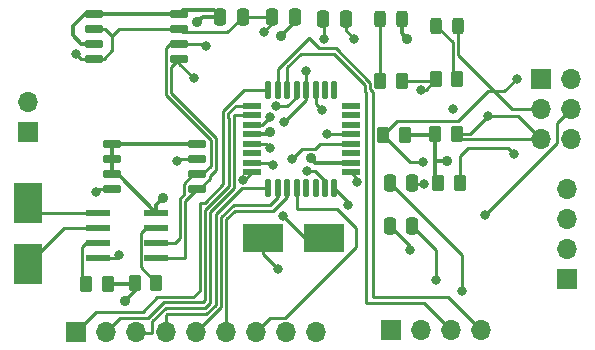
<source format=gtl>
%TF.GenerationSoftware,KiCad,Pcbnew,7.99.0-4047-gfc85112a72*%
%TF.CreationDate,2024-01-03T20:56:00+03:00*%
%TF.ProjectId,Prj 3 MCU DataLogger,50726a20-3320-44d4-9355-20446174614c,Version-1*%
%TF.SameCoordinates,Original*%
%TF.FileFunction,Copper,L1,Top*%
%TF.FilePolarity,Positive*%
%FSLAX46Y46*%
G04 Gerber Fmt 4.6, Leading zero omitted, Abs format (unit mm)*
G04 Created by KiCad (PCBNEW 7.99.0-4047-gfc85112a72) date 2024-01-03 20:56:00*
%MOMM*%
%LPD*%
G01*
G04 APERTURE LIST*
G04 Aperture macros list*
%AMRoundRect*
0 Rectangle with rounded corners*
0 $1 Rounding radius*
0 $2 $3 $4 $5 $6 $7 $8 $9 X,Y pos of 4 corners*
0 Add a 4 corners polygon primitive as box body*
4,1,4,$2,$3,$4,$5,$6,$7,$8,$9,$2,$3,0*
0 Add four circle primitives for the rounded corners*
1,1,$1+$1,$2,$3*
1,1,$1+$1,$4,$5*
1,1,$1+$1,$6,$7*
1,1,$1+$1,$8,$9*
0 Add four rect primitives between the rounded corners*
20,1,$1+$1,$2,$3,$4,$5,0*
20,1,$1+$1,$4,$5,$6,$7,0*
20,1,$1+$1,$6,$7,$8,$9,0*
20,1,$1+$1,$8,$9,$2,$3,0*%
G04 Aperture macros list end*
%TA.AperFunction,ComponentPad*%
%ADD10R,1.700000X1.700000*%
%TD*%
%TA.AperFunction,ComponentPad*%
%ADD11O,1.700000X1.700000*%
%TD*%
%TA.AperFunction,SMDPad,CuDef*%
%ADD12RoundRect,0.243750X-0.243750X-0.456250X0.243750X-0.456250X0.243750X0.456250X-0.243750X0.456250X0*%
%TD*%
%TA.AperFunction,SMDPad,CuDef*%
%ADD13RoundRect,0.250000X-0.262500X-0.450000X0.262500X-0.450000X0.262500X0.450000X-0.262500X0.450000X0*%
%TD*%
%TA.AperFunction,SMDPad,CuDef*%
%ADD14RoundRect,0.250000X0.250000X0.475000X-0.250000X0.475000X-0.250000X-0.475000X0.250000X-0.475000X0*%
%TD*%
%TA.AperFunction,SMDPad,CuDef*%
%ADD15RoundRect,0.250000X-0.250000X-0.475000X0.250000X-0.475000X0.250000X0.475000X-0.250000X0.475000X0*%
%TD*%
%TA.AperFunction,SMDPad,CuDef*%
%ADD16RoundRect,0.038500X-0.696500X-0.236500X0.696500X-0.236500X0.696500X0.236500X-0.696500X0.236500X0*%
%TD*%
%TA.AperFunction,SMDPad,CuDef*%
%ADD17RoundRect,0.099000X-0.176000X-0.636000X0.176000X-0.636000X0.176000X0.636000X-0.176000X0.636000X0*%
%TD*%
%TA.AperFunction,SMDPad,CuDef*%
%ADD18R,3.500000X2.400000*%
%TD*%
%TA.AperFunction,SMDPad,CuDef*%
%ADD19R,2.400000X3.500000*%
%TD*%
%TA.AperFunction,SMDPad,CuDef*%
%ADD20RoundRect,0.150000X-0.650000X-0.150000X0.650000X-0.150000X0.650000X0.150000X-0.650000X0.150000X0*%
%TD*%
%TA.AperFunction,SMDPad,CuDef*%
%ADD21RoundRect,0.250000X0.262500X0.450000X-0.262500X0.450000X-0.262500X-0.450000X0.262500X-0.450000X0*%
%TD*%
%TA.AperFunction,SMDPad,CuDef*%
%ADD22RoundRect,0.041300X-0.943700X-0.253700X0.943700X-0.253700X0.943700X0.253700X-0.943700X0.253700X0*%
%TD*%
%TA.AperFunction,ViaPad*%
%ADD23C,0.800000*%
%TD*%
%TA.AperFunction,ViaPad*%
%ADD24C,0.900000*%
%TD*%
%TA.AperFunction,Conductor*%
%ADD25C,0.250000*%
%TD*%
%TA.AperFunction,Conductor*%
%ADD26C,0.350000*%
%TD*%
G04 APERTURE END LIST*
D10*
%TO.P,J4,1,Pin_1*%
%TO.N,/MISO*%
X134264400Y-78282800D03*
D11*
%TO.P,J4,2,Pin_2*%
%TO.N,/Vcc*%
X136804400Y-78282800D03*
%TO.P,J4,3,Pin_3*%
%TO.N,/SCK*%
X134264400Y-80822800D03*
%TO.P,J4,4,Pin_4*%
%TO.N,/MOSI*%
X136804400Y-80822800D03*
%TO.P,J4,5,Pin_5*%
%TO.N,/RESET*%
X134264400Y-83362800D03*
%TO.P,J4,6,Pin_6*%
%TO.N,GND*%
X136804400Y-83362800D03*
%TD*%
D10*
%TO.P,J2,1*%
%TO.N,GND*%
X121564400Y-99491800D03*
D11*
%TO.P,J2,2*%
%TO.N,/Vcc*%
X124104400Y-99491800D03*
%TO.P,J2,3*%
%TO.N,/RX*%
X126644400Y-99491800D03*
%TO.P,J2,4*%
%TO.N,/TX*%
X129184400Y-99491800D03*
%TD*%
D12*
%TO.P,D2,1,K*%
%TO.N,Net-(D2-K)*%
X120639200Y-73202800D03*
%TO.P,D2,2,A*%
%TO.N,/Vcc*%
X122514200Y-73202800D03*
%TD*%
D13*
%TO.P,R6,1*%
%TO.N,Net-(D2-K)*%
X120675000Y-78460600D03*
%TO.P,R6,2*%
%TO.N,GND*%
X122500000Y-78460600D03*
%TD*%
D14*
%TO.P,C2,1*%
%TO.N,GND*%
X117739200Y-73177400D03*
%TO.P,C2,2*%
%TO.N,Net-(U4-PB7)*%
X115839200Y-73177400D03*
%TD*%
D15*
%TO.P,C1,1*%
%TO.N,/Vcc*%
X107127000Y-73025000D03*
%TO.P,C1,2*%
%TO.N,GND*%
X109027000Y-73025000D03*
%TD*%
D13*
%TO.P,R7,1*%
%TO.N,GND*%
X125374000Y-78308200D03*
%TO.P,R7,2*%
%TO.N,Net-(D1-K)*%
X127199000Y-78308200D03*
%TD*%
D12*
%TO.P,D1,1,K*%
%TO.N,Net-(D1-K)*%
X125389000Y-73761600D03*
%TO.P,D1,2,A*%
%TO.N,/SCK*%
X127264000Y-73761600D03*
%TD*%
D16*
%TO.P,U4,1,PD3*%
%TO.N,/D3*%
X109831400Y-80567200D03*
%TO.P,U4,2,PD4*%
%TO.N,/D4*%
X109831400Y-81367200D03*
%TO.P,U4,3,GND*%
%TO.N,GND*%
X109831400Y-82167200D03*
%TO.P,U4,4,VCC*%
%TO.N,/Vcc*%
X109831400Y-82967200D03*
%TO.P,U4,5,GND*%
%TO.N,GND*%
X109831400Y-83767200D03*
%TO.P,U4,6,VCC*%
%TO.N,unconnected-(U4-VCC-Pad6)*%
X109831400Y-84567200D03*
%TO.P,U4,7,PB6*%
%TO.N,Net-(U4-PB6)*%
X109831400Y-85367200D03*
%TO.P,U4,8,PB7*%
%TO.N,Net-(U4-PB7)*%
X109831400Y-86167200D03*
D17*
%TO.P,U4,9,PD5*%
%TO.N,/D5*%
X111201400Y-87537200D03*
%TO.P,U4,10,PD6*%
%TO.N,/D6*%
X112001400Y-87537200D03*
%TO.P,U4,11,PD7*%
%TO.N,/D7*%
X112801400Y-87537200D03*
%TO.P,U4,12,PB0*%
%TO.N,/D8*%
X113601400Y-87537200D03*
%TO.P,U4,13,PB1*%
%TO.N,unconnected-(U4-PB1-Pad13)*%
X114401400Y-87537200D03*
%TO.P,U4,14,PB2*%
%TO.N,unconnected-(U4-PB2-Pad14)*%
X115201400Y-87537200D03*
%TO.P,U4,15,PB3*%
%TO.N,/MOSI*%
X116001400Y-87537200D03*
%TO.P,U4,16,PB4*%
%TO.N,/MISO*%
X116801400Y-87537200D03*
D16*
%TO.P,U4,17,PB5*%
%TO.N,/SCK*%
X118171400Y-86167200D03*
%TO.P,U4,18,AVCC*%
%TO.N,/Vcc*%
X118171400Y-85367200D03*
%TO.P,U4,19,ADC6*%
%TO.N,unconnected-(U4-ADC6-Pad19)*%
X118171400Y-84567200D03*
%TO.P,U4,20,AREF*%
%TO.N,Net-(U4-AREF)*%
X118171400Y-83767200D03*
%TO.P,U4,21,GND*%
%TO.N,GND*%
X118171400Y-82967200D03*
%TO.P,U4,22,ADC7*%
%TO.N,unconnected-(U4-ADC7-Pad22)*%
X118171400Y-82167200D03*
%TO.P,U4,23,PC0*%
%TO.N,unconnected-(U4-PC0-Pad23)*%
X118171400Y-81367200D03*
%TO.P,U4,24,PC1*%
%TO.N,unconnected-(U4-PC1-Pad24)*%
X118171400Y-80567200D03*
D17*
%TO.P,U4,25,PC2*%
%TO.N,unconnected-(U4-PC2-Pad25)*%
X116801400Y-79197200D03*
%TO.P,U4,26,PC3*%
%TO.N,unconnected-(U4-PC3-Pad26)*%
X116001400Y-79197200D03*
%TO.P,U4,27,PC4*%
%TO.N,/SDA*%
X115201400Y-79197200D03*
%TO.P,U4,28,PC5*%
%TO.N,/SCK*%
X114401400Y-79197200D03*
%TO.P,U4,29,PC6/~{RESET}*%
%TO.N,/RESET*%
X113601400Y-79197200D03*
%TO.P,U4,30,PD0*%
%TO.N,/RX*%
X112801400Y-79197200D03*
%TO.P,U4,31,PD1*%
%TO.N,/TX*%
X112001400Y-79197200D03*
%TO.P,U4,32,PD2*%
%TO.N,/D2*%
X111201400Y-79197200D03*
%TD*%
D18*
%TO.P,Y1,1,1*%
%TO.N,Net-(U4-PB7)*%
X115909400Y-91744800D03*
%TO.P,Y1,2,2*%
%TO.N,Net-(U4-PB6)*%
X110709400Y-91744800D03*
%TD*%
D10*
%TO.P,J1,1*%
%TO.N,GND*%
X136474200Y-95189200D03*
D11*
%TO.P,J1,2*%
%TO.N,/Vcc*%
X136474200Y-92649200D03*
%TO.P,J1,3*%
%TO.N,/SDA*%
X136474200Y-90109200D03*
%TO.P,J1,4*%
%TO.N,/SCK*%
X136474200Y-87569200D03*
%TD*%
D15*
%TO.P,C4,1*%
%TO.N,GND*%
X121478000Y-90728800D03*
%TO.P,C4,2*%
%TO.N,Net-(U4-AREF)*%
X123378000Y-90728800D03*
%TD*%
D13*
%TO.P,R4,1*%
%TO.N,/Vcc*%
X125579500Y-87045800D03*
%TO.P,R4,2*%
%TO.N,/SDA*%
X127404500Y-87045800D03*
%TD*%
%TO.P,R2,1*%
%TO.N,/Vcc*%
X99898200Y-95554800D03*
%TO.P,R2,2*%
%TO.N,Net-(U3-SQW{slash}~INT)*%
X101723200Y-95554800D03*
%TD*%
D14*
%TO.P,C5,1*%
%TO.N,/Vcc*%
X113421200Y-73025000D03*
%TO.P,C5,2*%
%TO.N,GND*%
X111521200Y-73025000D03*
%TD*%
D10*
%TO.P,BT1,1,+*%
%TO.N,/Vcc*%
X90855800Y-82732800D03*
D11*
%TO.P,BT1,2,-*%
%TO.N,GND*%
X90855800Y-80192800D03*
%TD*%
D10*
%TO.P,J3,1*%
%TO.N,/D2*%
X94945200Y-99669600D03*
D11*
%TO.P,J3,2*%
%TO.N,/D3*%
X97485200Y-99669600D03*
%TO.P,J3,3*%
%TO.N,/D4*%
X100025200Y-99669600D03*
%TO.P,J3,4*%
%TO.N,/D5*%
X102565200Y-99669600D03*
%TO.P,J3,5*%
%TO.N,/D6*%
X105105200Y-99669600D03*
%TO.P,J3,6*%
%TO.N,/D7*%
X107645200Y-99669600D03*
%TO.P,J3,7*%
%TO.N,/D8*%
X110185200Y-99669600D03*
%TO.P,J3,8*%
%TO.N,GND*%
X112725200Y-99669600D03*
%TO.P,J3,9*%
%TO.N,/Vcc*%
X115265200Y-99669600D03*
%TD*%
D19*
%TO.P,Y2,1,1*%
%TO.N,Net-(U3-X2)*%
X90881200Y-93938400D03*
%TO.P,Y2,2,2*%
%TO.N,Net-(U3-X1)*%
X90881200Y-88738400D03*
%TD*%
D20*
%TO.P,U1,1,A0*%
%TO.N,/Vcc*%
X97949200Y-83820000D03*
%TO.P,U1,2,A1*%
X97949200Y-85090000D03*
%TO.P,U1,3,A2*%
X97949200Y-86360000D03*
%TO.P,U1,4,GND*%
%TO.N,GND*%
X97949200Y-87630000D03*
%TO.P,U1,5,SDA*%
%TO.N,/SDA*%
X105149200Y-87630000D03*
%TO.P,U1,6,SCL*%
%TO.N,/SCK*%
X105149200Y-86360000D03*
%TO.P,U1,7,WP*%
%TO.N,GND*%
X105149200Y-85090000D03*
%TO.P,U1,8,VCC*%
%TO.N,/Vcc*%
X105149200Y-83820000D03*
%TD*%
D21*
%TO.P,R3,1*%
%TO.N,/Vcc*%
X122730900Y-83007200D03*
%TO.P,R3,2*%
%TO.N,/SCK*%
X120905900Y-83007200D03*
%TD*%
D13*
%TO.P,R5,1*%
%TO.N,/Vcc*%
X125350900Y-82931000D03*
%TO.P,R5,2*%
%TO.N,/RESET*%
X127175900Y-82931000D03*
%TD*%
D21*
%TO.P,R1,1*%
%TO.N,/Vcc*%
X97610300Y-95605600D03*
%TO.P,R1,2*%
%TO.N,Net-(U3-~{INTA})*%
X95785300Y-95605600D03*
%TD*%
D22*
%TO.P,U3,1,X1*%
%TO.N,Net-(U3-X1)*%
X96760600Y-89611200D03*
%TO.P,U3,2,X2*%
%TO.N,Net-(U3-X2)*%
X96760600Y-90881200D03*
%TO.P,U3,3,~{INTA}*%
%TO.N,Net-(U3-~{INTA})*%
X96760600Y-92151200D03*
%TO.P,U3,4,GND*%
%TO.N,GND*%
X96760600Y-93421200D03*
%TO.P,U3,5,SDA*%
%TO.N,/SDA*%
X101710600Y-93421200D03*
%TO.P,U3,6,SCL*%
%TO.N,/SCK*%
X101710600Y-92151200D03*
%TO.P,U3,7,SQW/~INT*%
%TO.N,Net-(U3-SQW{slash}~INT)*%
X101710600Y-90881200D03*
%TO.P,U3,8,VCC*%
%TO.N,/Vcc*%
X101710600Y-89611200D03*
%TD*%
D20*
%TO.P,U2,1,A0*%
%TO.N,/Vcc*%
X96476000Y-72745600D03*
%TO.P,U2,2,A1*%
%TO.N,GND*%
X96476000Y-74015600D03*
%TO.P,U2,3,A2*%
%TO.N,/Vcc*%
X96476000Y-75285600D03*
%TO.P,U2,4,GND*%
%TO.N,GND*%
X96476000Y-76555600D03*
%TO.P,U2,5,SDA*%
%TO.N,/SDA*%
X103676000Y-76555600D03*
%TO.P,U2,6,SCL*%
%TO.N,/SCK*%
X103676000Y-75285600D03*
%TO.P,U2,7,WP*%
%TO.N,GND*%
X103676000Y-74015600D03*
%TO.P,U2,8,VCC*%
%TO.N,/Vcc*%
X103676000Y-72745600D03*
%TD*%
D14*
%TO.P,C3,1*%
%TO.N,GND*%
X123403400Y-87071200D03*
%TO.P,C3,2*%
%TO.N,Net-(U4-PB6)*%
X121503400Y-87071200D03*
%TD*%
D23*
%TO.N,/SDA*%
X126847600Y-80848200D03*
%TO.N,/SCK*%
X105918000Y-75514200D03*
%TO.N,/SDA*%
X115722400Y-80877174D03*
X104876600Y-78232000D03*
%TO.N,/SCK*%
X112547400Y-81940400D03*
X114401600Y-77571600D03*
X132257800Y-78257400D03*
%TO.N,Net-(U4-PB6)*%
X127584200Y-96215200D03*
X111633000Y-85572600D03*
X112014000Y-94386400D03*
D24*
%TO.N,/Vcc*%
X114801638Y-84999793D03*
D23*
%TO.N,GND*%
X124104400Y-79171800D03*
D24*
%TO.N,/Vcc*%
X111379000Y-82804000D03*
D23*
%TO.N,GND*%
X111328200Y-84124800D03*
X111353600Y-81483200D03*
X116179600Y-82905600D03*
X98526600Y-93167200D03*
D24*
%TO.N,/Vcc*%
X99060000Y-97053400D03*
X105181400Y-73482200D03*
D23*
%TO.N,GND*%
X94919800Y-76174600D03*
X96647000Y-87833200D03*
%TO.N,/RESET*%
X129819400Y-81407000D03*
X111812244Y-80594577D03*
%TO.N,GND*%
X103428800Y-85191600D03*
D24*
%TO.N,/Vcc*%
X102311200Y-88341200D03*
X112242600Y-74625200D03*
D23*
%TO.N,GND*%
X110794800Y-74295000D03*
X118440200Y-74853800D03*
D24*
%TO.N,/Vcc*%
X122961400Y-74853800D03*
D23*
%TO.N,GND*%
X124417000Y-87172800D03*
X123164600Y-92735400D03*
%TO.N,/MISO*%
X117957600Y-88987800D03*
%TO.N,/SDA*%
X132029200Y-84607400D03*
D24*
%TO.N,/Vcc*%
X126314200Y-85191600D03*
D23*
%TO.N,Net-(U4-AREF)*%
X113182400Y-85013800D03*
X125399800Y-95326200D03*
%TO.N,Net-(U4-PB7)*%
X112420400Y-89839800D03*
X109055982Y-86811985D03*
X115900200Y-74904600D03*
%TO.N,/SCK*%
X118731200Y-86998448D03*
X124333000Y-85267800D03*
%TO.N,/MOSI*%
X114491600Y-86055200D03*
X129565400Y-89763600D03*
%TD*%
D25*
%TO.N,/SCK*%
X114401400Y-80086400D02*
X114401400Y-79197200D01*
X112547400Y-81940400D02*
X114401400Y-80086400D01*
%TO.N,/RESET*%
X113601400Y-79811570D02*
X113601400Y-79197200D01*
X112818393Y-80594577D02*
X113601400Y-79811570D01*
X111812244Y-80594577D02*
X112818393Y-80594577D01*
%TO.N,Net-(U4-AREF)*%
X115143365Y-84174793D02*
X115550958Y-83767200D01*
X114021407Y-84174793D02*
X115143365Y-84174793D01*
X113182400Y-85013800D02*
X114021407Y-84174793D01*
X115550958Y-83767200D02*
X118171400Y-83767200D01*
%TO.N,/SCK*%
X122057100Y-81856000D02*
X120905900Y-83007200D01*
X127287600Y-81856000D02*
X122057100Y-81856000D01*
X129810400Y-79333200D02*
X127287600Y-81856000D01*
X131182000Y-79333200D02*
X129810400Y-79333200D01*
X132257800Y-78257400D02*
X131182000Y-79333200D01*
X123166500Y-85267800D02*
X120905900Y-83007200D01*
X124333000Y-85267800D02*
X123166500Y-85267800D01*
%TO.N,Net-(U4-PB6)*%
X127584200Y-96215200D02*
X127584200Y-93152000D01*
X127584200Y-93152000D02*
X121503400Y-87071200D01*
%TO.N,Net-(U4-AREF)*%
X125399800Y-92750600D02*
X123378000Y-90728800D01*
X125399800Y-95326200D02*
X125399800Y-92750600D01*
%TO.N,GND*%
X123505000Y-87172800D02*
X123403400Y-87071200D01*
X124417000Y-87172800D02*
X123505000Y-87172800D01*
%TO.N,/SCK*%
X105689400Y-75285600D02*
X105918000Y-75514200D01*
X103676000Y-75285600D02*
X105689400Y-75285600D01*
%TO.N,/SDA*%
X115722400Y-80877174D02*
X115201400Y-80356174D01*
X115201400Y-80356174D02*
X115201400Y-79197200D01*
X103676000Y-77031400D02*
X104876600Y-78232000D01*
X103676000Y-76555600D02*
X103676000Y-77031400D01*
%TO.N,GND*%
X124510400Y-79171800D02*
X125374000Y-78308200D01*
X124104400Y-79171800D02*
X124510400Y-79171800D01*
X116241200Y-82967200D02*
X118171400Y-82967200D01*
X116179600Y-82905600D02*
X116241200Y-82967200D01*
D26*
%TO.N,/Vcc*%
X115169045Y-85367200D02*
X118171400Y-85367200D01*
X114801638Y-84999793D02*
X115169045Y-85367200D01*
D25*
%TO.N,/MOSI*%
X116001400Y-86922830D02*
X116001400Y-87537200D01*
X114491600Y-86055200D02*
X115133770Y-86055200D01*
X115133770Y-86055200D02*
X116001400Y-86922830D01*
%TO.N,/SDA*%
X128078400Y-84087800D02*
X127404500Y-84761700D01*
X132029200Y-84607400D02*
X131509600Y-84087800D01*
X131509600Y-84087800D02*
X128078400Y-84087800D01*
X127404500Y-84761700D02*
X127404500Y-87045800D01*
%TO.N,/SCK*%
X114401600Y-79197000D02*
X114401400Y-79197200D01*
X114401600Y-77571600D02*
X114401600Y-79197000D01*
%TO.N,/RX*%
X112801400Y-77293596D02*
X112801400Y-79197200D01*
X113971196Y-76123800D02*
X112801400Y-77293596D01*
X119387500Y-78774296D02*
X116737004Y-76123800D01*
X116737004Y-76123800D02*
X113971196Y-76123800D01*
X119456200Y-79410796D02*
X119387500Y-79342096D01*
X119456200Y-97231200D02*
X119456200Y-79410796D01*
X124383800Y-97231200D02*
X119456200Y-97231200D01*
X126644400Y-99491800D02*
X124383800Y-97231200D01*
X119387500Y-79342096D02*
X119387500Y-78774296D01*
%TO.N,/TX*%
X112001400Y-77457200D02*
X112001400Y-79197200D01*
X114642900Y-74815700D02*
X112001400Y-77457200D01*
X115493800Y-75666600D02*
X114642900Y-74815700D01*
X116916200Y-75666600D02*
X115493800Y-75666600D01*
X119837500Y-78587900D02*
X116916200Y-75666600D01*
X119837500Y-79155700D02*
X119837500Y-78587900D01*
X120040400Y-79358600D02*
X119837500Y-79155700D01*
X120040400Y-96697800D02*
X120040400Y-79358600D01*
X126390400Y-96697800D02*
X120040400Y-96697800D01*
X129184400Y-99491800D02*
X126390400Y-96697800D01*
%TO.N,Net-(U4-PB6)*%
X111427600Y-85367200D02*
X109831400Y-85367200D01*
X111633000Y-85572600D02*
X111427600Y-85367200D01*
X110709400Y-91744800D02*
X110709400Y-93081800D01*
X110709400Y-93081800D02*
X112014000Y-94386400D01*
%TO.N,GND*%
X125221600Y-78460600D02*
X125374000Y-78308200D01*
X122500000Y-78460600D02*
X125221600Y-78460600D01*
D26*
%TO.N,/Vcc*%
X111215800Y-82967200D02*
X111379000Y-82804000D01*
X109831400Y-82967200D02*
X111215800Y-82967200D01*
D25*
%TO.N,GND*%
X110970600Y-83767200D02*
X111328200Y-84124800D01*
X109831400Y-83767200D02*
X110970600Y-83767200D01*
X110669600Y-82167200D02*
X111353600Y-81483200D01*
X109831400Y-82167200D02*
X110669600Y-82167200D01*
X98272600Y-93421200D02*
X98526600Y-93167200D01*
X96760600Y-93421200D02*
X98272600Y-93421200D01*
%TO.N,Net-(U3-~{INTA})*%
X95450600Y-92476201D02*
X95450600Y-95270900D01*
X95775601Y-92151200D02*
X95450600Y-92476201D01*
X96760600Y-92151200D02*
X95775601Y-92151200D01*
X95450600Y-95270900D02*
X95785300Y-95605600D01*
%TO.N,Net-(U3-SQW{slash}~INT)*%
X100812600Y-90881200D02*
X101710600Y-90881200D01*
X100400600Y-91293200D02*
X100812600Y-90881200D01*
X100400600Y-94232200D02*
X100400600Y-91293200D01*
X101723200Y-95554800D02*
X100400600Y-94232200D01*
D26*
%TO.N,/Vcc*%
X99898200Y-96215200D02*
X99060000Y-97053400D01*
X99898200Y-95554800D02*
X99898200Y-96215200D01*
X99847400Y-95605600D02*
X99898200Y-95554800D01*
X97610300Y-95605600D02*
X99847400Y-95605600D01*
D25*
%TO.N,Net-(U3-X1)*%
X96760600Y-89611200D02*
X91754000Y-89611200D01*
X91754000Y-89611200D02*
X90881200Y-88738400D01*
D26*
%TO.N,/Vcc*%
X105638600Y-73025000D02*
X107127000Y-73025000D01*
X105181400Y-73482200D02*
X105638600Y-73025000D01*
X106568200Y-72466200D02*
X107127000Y-73025000D01*
X103955400Y-72466200D02*
X106568200Y-72466200D01*
X103676000Y-72745600D02*
X103955400Y-72466200D01*
D25*
%TO.N,GND*%
X95300800Y-76555600D02*
X94919800Y-76174600D01*
X96476000Y-76555600D02*
X95300800Y-76555600D01*
X98570600Y-74015600D02*
X97986400Y-74599800D01*
X103676000Y-74015600D02*
X98570600Y-74015600D01*
X96850200Y-87630000D02*
X96647000Y-87833200D01*
X97949200Y-87630000D02*
X96850200Y-87630000D01*
%TO.N,/RESET*%
X132308600Y-81407000D02*
X134264400Y-83362800D01*
X129819400Y-81407000D02*
X132308600Y-81407000D01*
X128295400Y-82931000D02*
X127175900Y-82931000D01*
X129819400Y-81407000D02*
X128295400Y-82931000D01*
%TO.N,GND*%
X103530400Y-85090000D02*
X103428800Y-85191600D01*
X105149200Y-85090000D02*
X103530400Y-85090000D01*
D26*
%TO.N,/Vcc*%
X101710600Y-88941800D02*
X102311200Y-88341200D01*
X101710600Y-89611200D02*
X101710600Y-88941800D01*
X98459400Y-86360000D02*
X97949200Y-86360000D01*
X101710600Y-89611200D02*
X98459400Y-86360000D01*
X97949200Y-83820000D02*
X105149200Y-83820000D01*
X96476000Y-72745600D02*
X103676000Y-72745600D01*
X113421200Y-73446600D02*
X112242600Y-74625200D01*
X113421200Y-73025000D02*
X113421200Y-73446600D01*
D25*
%TO.N,GND*%
X111521200Y-73568600D02*
X110794800Y-74295000D01*
X111521200Y-73025000D02*
X111521200Y-73568600D01*
X109027000Y-73025000D02*
X111521200Y-73025000D01*
X117739200Y-74152800D02*
X118440200Y-74853800D01*
X117739200Y-73177400D02*
X117739200Y-74152800D01*
D26*
%TO.N,/Vcc*%
X122514200Y-74406600D02*
X122961400Y-74853800D01*
X122514200Y-73202800D02*
X122514200Y-74406600D01*
D25*
%TO.N,GND*%
X123164600Y-92415400D02*
X123164600Y-92735400D01*
X121478000Y-90728800D02*
X123164600Y-92415400D01*
%TO.N,/MOSI*%
X135629400Y-81997800D02*
X136804400Y-80822800D01*
X135629400Y-83659501D02*
X135629400Y-81997800D01*
X129565400Y-89763600D02*
X130541301Y-88787699D01*
X130541301Y-88747600D02*
X135629400Y-83659501D01*
X130541301Y-88787699D02*
X130541301Y-88747600D01*
%TO.N,/MISO*%
X117957600Y-88693400D02*
X116801400Y-87537200D01*
X117957600Y-88987800D02*
X117957600Y-88693400D01*
D26*
%TO.N,/Vcc*%
X125350900Y-85191600D02*
X126314200Y-85191600D01*
X125350900Y-85191600D02*
X125350900Y-86817200D01*
X125350900Y-82931000D02*
X125350900Y-85191600D01*
X125350900Y-86817200D02*
X125579500Y-87045800D01*
X125274700Y-83007200D02*
X125350900Y-82931000D01*
X122730900Y-83007200D02*
X125274700Y-83007200D01*
D25*
%TO.N,/D2*%
X109163008Y-79197200D02*
X111201400Y-79197200D01*
X107365800Y-87194012D02*
X107365800Y-80994408D01*
X107365800Y-80994408D02*
X109163008Y-79197200D01*
X105812212Y-88747600D02*
X107365800Y-87194012D01*
X105395200Y-88747600D02*
X105812212Y-88747600D01*
X101814200Y-96737600D02*
X104862200Y-96737600D01*
X105395200Y-96204600D02*
X105395200Y-88747600D01*
X104862200Y-96737600D02*
X105395200Y-96204600D01*
X100558600Y-97993200D02*
X101814200Y-96737600D01*
X96621600Y-97993200D02*
X100558600Y-97993200D01*
X94945200Y-99669600D02*
X96621600Y-97993200D01*
%TO.N,/SDA*%
X103001000Y-77230600D02*
X103676000Y-76555600D01*
X106799800Y-83287586D02*
X103001000Y-79488786D01*
X106799800Y-85986200D02*
X106799800Y-83287586D01*
X103001000Y-79488786D02*
X103001000Y-77230600D01*
X106274200Y-86710908D02*
X106274200Y-86511800D01*
X105355108Y-87630000D02*
X106274200Y-86710908D01*
X106274200Y-86511800D02*
X106799800Y-85986200D01*
X105149200Y-87630000D02*
X105355108Y-87630000D01*
%TO.N,/SCK*%
X102551000Y-75630000D02*
X102895400Y-75285600D01*
X106349800Y-83473982D02*
X102551000Y-79675182D01*
X102551000Y-79675182D02*
X102551000Y-75630000D01*
X106349800Y-85623400D02*
X106349800Y-83473982D01*
X105613200Y-86360000D02*
X106349800Y-85623400D01*
X105149200Y-86360000D02*
X105613200Y-86360000D01*
X102895400Y-75285600D02*
X103676000Y-75285600D01*
%TO.N,/D3*%
X107815800Y-81180804D02*
X108429404Y-80567200D01*
X107815800Y-81553596D02*
X107815800Y-81180804D01*
X107848400Y-81586196D02*
X107815800Y-81553596D01*
X107848400Y-87347808D02*
X107848400Y-81586196D01*
X105845200Y-89351008D02*
X107848400Y-87347808D01*
X105845200Y-97020412D02*
X105845200Y-89351008D01*
X102326608Y-97187600D02*
X105678012Y-97187600D01*
X98679000Y-98475800D02*
X101038408Y-98475800D01*
X97485200Y-99669600D02*
X98679000Y-98475800D01*
X108429404Y-80567200D02*
X109831400Y-80567200D01*
X101038408Y-98475800D02*
X102326608Y-97187600D01*
X105678012Y-97187600D02*
X105845200Y-97020412D01*
%TO.N,/D4*%
X108265800Y-81367200D02*
X109831400Y-81367200D01*
X108331000Y-81432400D02*
X108265800Y-81367200D01*
X108331000Y-87501604D02*
X108331000Y-81432400D01*
X106295200Y-89537404D02*
X108331000Y-87501604D01*
X101390200Y-98760404D02*
X102513004Y-97637600D01*
X102513004Y-97637600D02*
X105864408Y-97637600D01*
X101390200Y-99745800D02*
X101390200Y-98760404D01*
X105864408Y-97637600D02*
X106295200Y-97206808D01*
X100101400Y-99745800D02*
X101390200Y-99745800D01*
X100025200Y-99669600D02*
X100101400Y-99745800D01*
X106295200Y-97206808D02*
X106295200Y-89537404D01*
%TO.N,/D5*%
X108931800Y-87537200D02*
X111201400Y-87537200D01*
X106745200Y-89723800D02*
X108931800Y-87537200D01*
X105942004Y-98196400D02*
X106745200Y-97393204D01*
X106745200Y-97393204D02*
X106745200Y-89723800D01*
X102590600Y-98196400D02*
X105942004Y-98196400D01*
X102565200Y-98221800D02*
X102590600Y-98196400D01*
X102565200Y-99669600D02*
X102565200Y-98221800D01*
%TO.N,/D6*%
X111348199Y-88925400D02*
X112001400Y-88272199D01*
X112001400Y-88272199D02*
X112001400Y-87537200D01*
X107195200Y-89983604D02*
X108253404Y-88925400D01*
X107195200Y-97579600D02*
X107195200Y-89983604D01*
X108253404Y-88925400D02*
X111348199Y-88925400D01*
X105105200Y-99669600D02*
X107195200Y-97579600D01*
%TO.N,Net-(U4-PB7)*%
X115900200Y-74904600D02*
X115900200Y-73238400D01*
X115900200Y-73238400D02*
X115839200Y-73177400D01*
X114325400Y-91744800D02*
X112420400Y-89839800D01*
X115909400Y-91744800D02*
X114325400Y-91744800D01*
X109055982Y-86811985D02*
X109186615Y-86811985D01*
X109186615Y-86811985D02*
X109831400Y-86167200D01*
%TO.N,Net-(D1-K)*%
X126814000Y-77923200D02*
X127199000Y-78308200D01*
X126814000Y-75186600D02*
X126814000Y-77923200D01*
X125389000Y-73761600D02*
X126814000Y-75186600D01*
%TO.N,Net-(D2-K)*%
X120639200Y-78424800D02*
X120675000Y-78460600D01*
X120639200Y-73202800D02*
X120639200Y-78424800D01*
%TO.N,/SCK*%
X118731200Y-86727000D02*
X118171400Y-86167200D01*
X118731200Y-86998448D02*
X118731200Y-86727000D01*
X127264000Y-76260800D02*
X131826000Y-80822800D01*
X127264000Y-73761600D02*
X127264000Y-76260800D01*
X131826000Y-80822800D02*
X134264400Y-80822800D01*
%TO.N,/RESET*%
X127607700Y-83362800D02*
X127175900Y-82931000D01*
X134264400Y-83362800D02*
X127607700Y-83362800D01*
%TO.N,/SCK*%
X104800400Y-86360000D02*
X105149200Y-86360000D01*
X104024200Y-87136200D02*
X104800400Y-86360000D01*
X104093048Y-88049756D02*
X104024200Y-87980908D01*
X103722600Y-88420204D02*
X104093048Y-88049756D01*
X103327200Y-92151200D02*
X103722600Y-91755800D01*
X103722600Y-91755800D02*
X103722600Y-88420204D01*
X101710600Y-92151200D02*
X103327200Y-92151200D01*
X104024200Y-87980908D02*
X104024200Y-87136200D01*
%TO.N,/SDA*%
X104172600Y-88606600D02*
X105149200Y-87630000D01*
X104172600Y-93388600D02*
X104172600Y-88606600D01*
X104140000Y-93421200D02*
X104172600Y-93388600D01*
X101710600Y-93421200D02*
X104140000Y-93421200D01*
%TO.N,GND*%
X107736401Y-74315599D02*
X109027000Y-73025000D01*
X103975999Y-74315599D02*
X107736401Y-74315599D01*
X103676000Y-74015600D02*
X103975999Y-74315599D01*
X97986400Y-75845199D02*
X97275999Y-76555600D01*
X97275999Y-76555600D02*
X96476000Y-76555600D01*
D26*
%TO.N,/Vcc*%
X95370200Y-75285600D02*
X94659000Y-74574400D01*
X96476000Y-75285600D02*
X95370200Y-75285600D01*
X94659000Y-73762601D02*
X95676001Y-72745600D01*
D25*
%TO.N,GND*%
X97986400Y-74599800D02*
X97986400Y-75845199D01*
X97402200Y-74015600D02*
X97986400Y-74599800D01*
D26*
%TO.N,/Vcc*%
X95676001Y-72745600D02*
X96476000Y-72745600D01*
X94659000Y-74574400D02*
X94659000Y-73762601D01*
D25*
%TO.N,GND*%
X96476000Y-74015600D02*
X97402200Y-74015600D01*
D26*
%TO.N,/Vcc*%
X97949200Y-85090000D02*
X97949200Y-86360000D01*
X97949200Y-83820000D02*
X97949200Y-85090000D01*
D25*
%TO.N,Net-(U3-X2)*%
X93938400Y-90881200D02*
X96760600Y-90881200D01*
X90881200Y-93938400D02*
X93938400Y-90881200D01*
%TO.N,/D8*%
X113601400Y-89268200D02*
X113601400Y-87537200D01*
X118592600Y-92532200D02*
X118592600Y-90879800D01*
X118592600Y-90879800D02*
X116981000Y-89268200D01*
X112630200Y-98494600D02*
X118592600Y-92532200D01*
X111360200Y-98494600D02*
X112630200Y-98494600D01*
X110185200Y-99669600D02*
X111360200Y-98494600D01*
X116981000Y-89268200D02*
X113601400Y-89268200D01*
%TO.N,/D7*%
X111614799Y-89458800D02*
X112801400Y-88272199D01*
X112801400Y-88272199D02*
X112801400Y-87537200D01*
X108356400Y-89458800D02*
X111614799Y-89458800D01*
X107645200Y-90170000D02*
X108356400Y-89458800D01*
X107645200Y-99669600D02*
X107645200Y-90170000D01*
%TD*%
M02*

</source>
